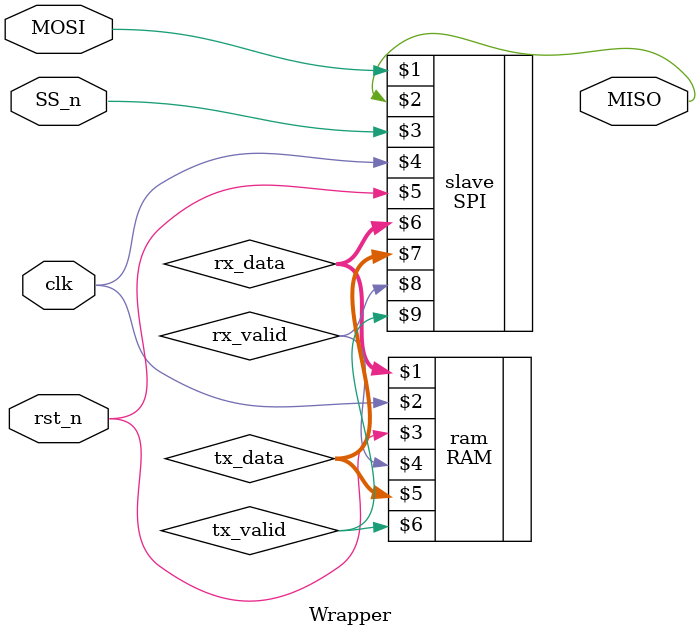
<source format=v>
module Wrapper(clk,rst_n,MOSI,MISO,SS_n);
input SS_n , MOSI , clk, rst_n;
output MISO;
wire [9:0] rx_data ;
wire  rx_valid , tx_valid;
wire [7:0] tx_data;
SPI slave( MOSI,MISO,SS_n,clk,rst_n,rx_data,tx_data,rx_valid,tx_valid);
RAM ram(rx_data,clk,rst_n,rx_valid,tx_data,tx_valid);
endmodule
</source>
